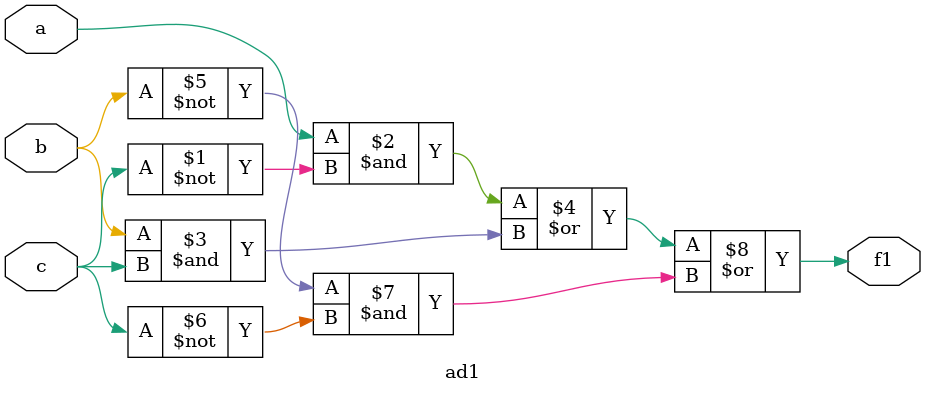
<source format=v>
module ad1(a,b,c,f1);
input a,b,c;
output f1;
assign f1=(a&~(c))|(b&c)|(~(b)&~(c));
endmodule

</source>
